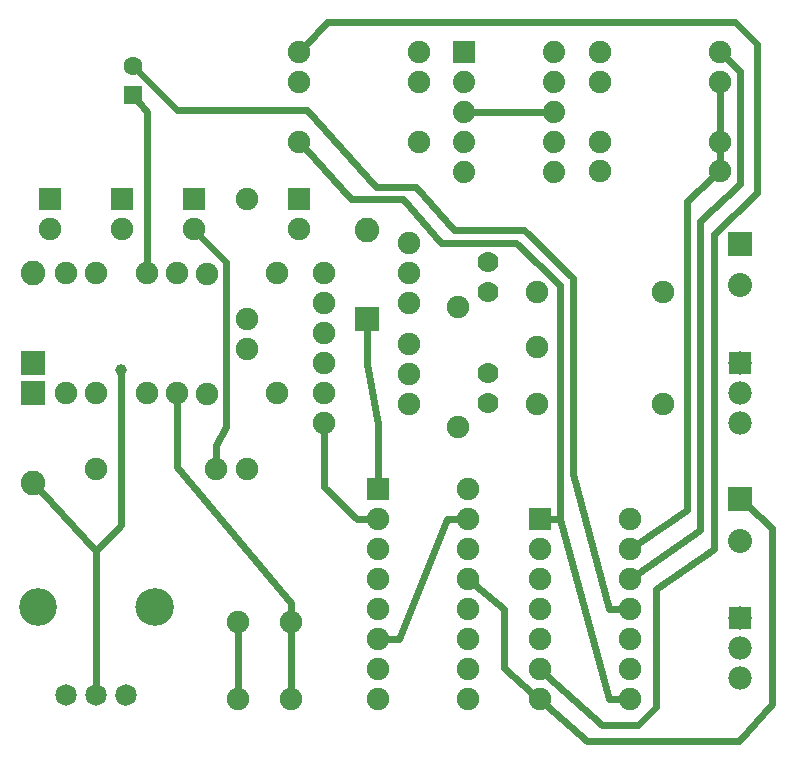
<source format=gbl>
G04 MADE WITH FRITZING*
G04 WWW.FRITZING.ORG*
G04 DOUBLE SIDED*
G04 HOLES PLATED*
G04 CONTOUR ON CENTER OF CONTOUR VECTOR*
%ASAXBY*%
%FSLAX23Y23*%
%MOIN*%
%OFA0B0*%
%SFA1.0B1.0*%
%ADD10C,0.075000*%
%ADD11C,0.075118*%
%ADD12C,0.074803*%
%ADD13C,0.082000*%
%ADD14C,0.080000*%
%ADD15C,0.070000*%
%ADD16C,0.071889*%
%ADD17C,0.071917*%
%ADD18C,0.124033*%
%ADD19C,0.078000*%
%ADD20C,0.074000*%
%ADD21C,0.062992*%
%ADD22C,0.125984*%
%ADD23C,0.039370*%
%ADD24R,0.082000X0.082000*%
%ADD25R,0.080000X0.080000*%
%ADD26R,0.075000X0.075000*%
%ADD27R,0.078000X0.078000*%
%ADD28R,0.074000X0.074000*%
%ADD29R,0.062992X0.062992*%
%ADD30C,0.024000*%
%LNCOPPER0*%
G90*
G70*
G54D10*
X630Y1615D03*
X630Y1215D03*
X530Y1215D03*
X530Y1615D03*
X863Y1861D03*
X863Y1461D03*
X862Y963D03*
X862Y1363D03*
G54D11*
X2251Y1554D03*
X1830Y1554D03*
X1830Y1180D03*
X2251Y1180D03*
G54D12*
X1830Y1368D03*
G54D10*
X260Y1215D03*
X260Y1615D03*
X360Y963D03*
X760Y963D03*
X359Y1215D03*
X359Y1615D03*
X730Y1214D03*
X730Y1614D03*
X962Y1615D03*
X962Y1215D03*
G54D13*
X151Y1215D03*
X151Y917D03*
G54D10*
X1566Y1103D03*
X1566Y1503D03*
G54D13*
X151Y1317D03*
X151Y1615D03*
X1263Y1462D03*
X1263Y1760D03*
G54D14*
X2508Y862D03*
X2508Y724D03*
G54D10*
X1840Y796D03*
X2140Y796D03*
X1840Y696D03*
X2140Y696D03*
X1840Y596D03*
X2140Y596D03*
X1840Y496D03*
X2140Y496D03*
X1840Y396D03*
X2140Y396D03*
X1840Y296D03*
X2140Y296D03*
X1840Y196D03*
X2140Y196D03*
X1300Y896D03*
X1600Y896D03*
X1300Y796D03*
X1600Y796D03*
X1300Y696D03*
X1600Y696D03*
X1300Y596D03*
X1600Y596D03*
X1300Y496D03*
X1600Y496D03*
X1300Y396D03*
X1600Y396D03*
X1300Y296D03*
X1600Y296D03*
X1300Y196D03*
X1600Y196D03*
X1404Y1180D03*
X1404Y1280D03*
X1404Y1380D03*
X1404Y1515D03*
X1404Y1615D03*
X1404Y1715D03*
X1121Y1615D03*
X1121Y1515D03*
X1121Y1415D03*
X1121Y1315D03*
X1121Y1215D03*
X1121Y1115D03*
G54D15*
X1665Y1554D03*
X1665Y1654D03*
X1665Y1281D03*
X1665Y1181D03*
G54D10*
X685Y1861D03*
X685Y1761D03*
X205Y1861D03*
X205Y1761D03*
X1037Y1861D03*
X1037Y1761D03*
X445Y1861D03*
X445Y1761D03*
G54D16*
X260Y209D03*
X360Y209D03*
G54D17*
X460Y209D03*
G54D18*
X166Y504D03*
X554Y504D03*
G54D19*
X2507Y466D03*
X2507Y366D03*
X2507Y266D03*
G54D20*
X1587Y2353D03*
X1587Y2253D03*
X1587Y2153D03*
X1587Y2053D03*
X1587Y1954D03*
X1888Y1954D03*
X1888Y2053D03*
X1888Y2153D03*
X1888Y2253D03*
X1888Y2353D03*
X1587Y2353D03*
X1587Y2253D03*
X1587Y2153D03*
X1587Y2053D03*
X1587Y1954D03*
X1888Y1954D03*
X1888Y2053D03*
X1888Y2153D03*
X1888Y2253D03*
X1888Y2353D03*
G54D10*
X1037Y2353D03*
X1437Y2353D03*
X1036Y2252D03*
X1436Y2252D03*
X1037Y2053D03*
X1437Y2053D03*
X2039Y1955D03*
X2439Y1955D03*
X2039Y2053D03*
X2439Y2053D03*
X2039Y2252D03*
X2439Y2252D03*
X2039Y2353D03*
X2439Y2353D03*
G54D21*
X482Y2208D03*
X482Y2306D03*
G54D10*
X833Y196D03*
X833Y452D03*
X1010Y196D03*
X1010Y452D03*
G54D14*
X2508Y1712D03*
X2508Y1575D03*
G54D19*
X2507Y1316D03*
X2507Y1216D03*
X2507Y1116D03*
G54D22*
X166Y503D03*
X556Y503D03*
G54D23*
X444Y1294D03*
G54D24*
X151Y1216D03*
X151Y1316D03*
X1263Y1461D03*
G54D25*
X2508Y862D03*
G54D26*
X1840Y796D03*
X1300Y896D03*
X685Y1861D03*
X205Y1861D03*
X1037Y1861D03*
X445Y1861D03*
G54D27*
X2507Y466D03*
G54D28*
X1588Y2352D03*
G54D29*
X482Y2208D03*
G54D25*
X2508Y1712D03*
G54D27*
X2507Y1316D03*
G54D30*
X1857Y2153D02*
X1618Y2153D01*
D02*
X1010Y224D02*
X1010Y423D01*
D02*
X833Y224D02*
X833Y423D01*
D02*
X1908Y796D02*
X2071Y196D01*
D02*
X2071Y196D02*
X2111Y196D01*
D02*
X1868Y796D02*
X1908Y796D01*
D02*
X1908Y796D02*
X1908Y1575D01*
D02*
X1384Y1861D02*
X1209Y1861D01*
D02*
X1209Y1861D02*
X1056Y2031D01*
D02*
X1868Y796D02*
X1908Y796D01*
D02*
X1761Y1715D02*
X1511Y1715D01*
D02*
X1511Y1715D02*
X1384Y1861D01*
D02*
X1908Y1575D02*
X1761Y1715D01*
D02*
X530Y2154D02*
X530Y1643D01*
D02*
X500Y2188D02*
X530Y2154D01*
D02*
X794Y1651D02*
X794Y1103D01*
D02*
X760Y1042D02*
X760Y991D01*
D02*
X794Y1103D02*
X760Y1042D01*
D02*
X705Y1740D02*
X794Y1651D01*
D02*
X1300Y1114D02*
X1300Y924D01*
D02*
X1263Y1430D02*
X1263Y1314D01*
D02*
X1263Y1314D02*
X1300Y1114D01*
D02*
X444Y776D02*
X360Y688D01*
D02*
X360Y688D02*
X360Y242D01*
D02*
X444Y1275D02*
X444Y776D01*
D02*
X1010Y517D02*
X630Y970D01*
D02*
X630Y970D02*
X630Y1187D01*
D02*
X1010Y480D02*
X1010Y517D01*
D02*
X1231Y796D02*
X1121Y902D01*
D02*
X1121Y902D02*
X1121Y1086D01*
D02*
X1271Y796D02*
X1231Y796D01*
D02*
X2330Y1856D02*
X2417Y1935D01*
D02*
X2330Y825D02*
X2330Y1856D01*
D02*
X2163Y712D02*
X2330Y825D01*
D02*
X2507Y2289D02*
X2460Y2333D01*
D02*
X2507Y1911D02*
X2507Y2289D01*
D02*
X2374Y759D02*
X2374Y1788D01*
D02*
X2374Y1788D02*
X2507Y1911D01*
D02*
X2163Y612D02*
X2374Y759D01*
D02*
X1552Y1758D02*
X1425Y1904D01*
D02*
X1950Y1599D02*
X1785Y1758D01*
D02*
X1785Y1758D02*
X1552Y1758D01*
D02*
X1425Y1904D02*
X1294Y1904D01*
D02*
X1294Y1904D02*
X1063Y2160D01*
D02*
X1950Y945D02*
X1950Y1599D01*
D02*
X631Y2160D02*
X501Y2288D01*
D02*
X1063Y2160D02*
X631Y2160D01*
D02*
X2069Y496D02*
X1950Y945D01*
D02*
X2111Y496D02*
X2069Y496D01*
D02*
X2564Y2378D02*
X2564Y1882D01*
D02*
X2227Y564D02*
X2227Y169D01*
D02*
X2419Y697D02*
X2227Y564D01*
D02*
X2419Y1747D02*
X2419Y697D01*
D02*
X2564Y1882D02*
X2419Y1747D01*
D02*
X2490Y2453D02*
X2564Y2378D01*
D02*
X2167Y108D02*
X2046Y108D01*
D02*
X2227Y169D02*
X2167Y108D01*
D02*
X1130Y2453D02*
X2490Y2453D01*
D02*
X1056Y2374D02*
X1130Y2453D01*
D02*
X2046Y108D02*
X1861Y276D01*
D02*
X2612Y179D02*
X2612Y767D01*
D02*
X2612Y767D02*
X2531Y841D01*
D02*
X2502Y55D02*
X2612Y179D01*
D02*
X1998Y55D02*
X2502Y55D01*
D02*
X1861Y177D02*
X1998Y55D01*
D02*
X1720Y497D02*
X1720Y299D01*
D02*
X1720Y299D02*
X1818Y214D01*
D02*
X1622Y577D02*
X1720Y497D01*
D02*
X1369Y396D02*
X1531Y796D01*
D02*
X1531Y796D02*
X1571Y796D01*
D02*
X1328Y396D02*
X1369Y396D01*
D02*
X2439Y2223D02*
X2439Y2081D01*
D02*
X2439Y2024D02*
X2439Y1983D01*
D02*
X360Y242D02*
X360Y688D01*
D02*
X360Y688D02*
X173Y893D01*
G04 End of Copper0*
M02*
</source>
